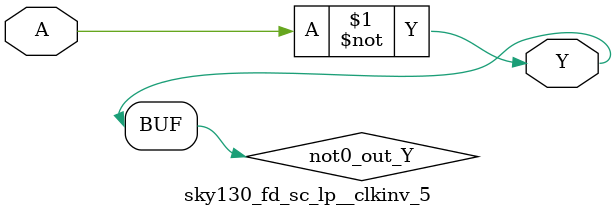
<source format=v>
module sky130_fd_sc_lp__clkinv_5 (
    Y,
    A
);
    output Y;
    input  A;
    wire not0_out_Y;
    not not0 (not0_out_Y, A              );
    buf buf0 (Y         , not0_out_Y     );
endmodule
</source>
